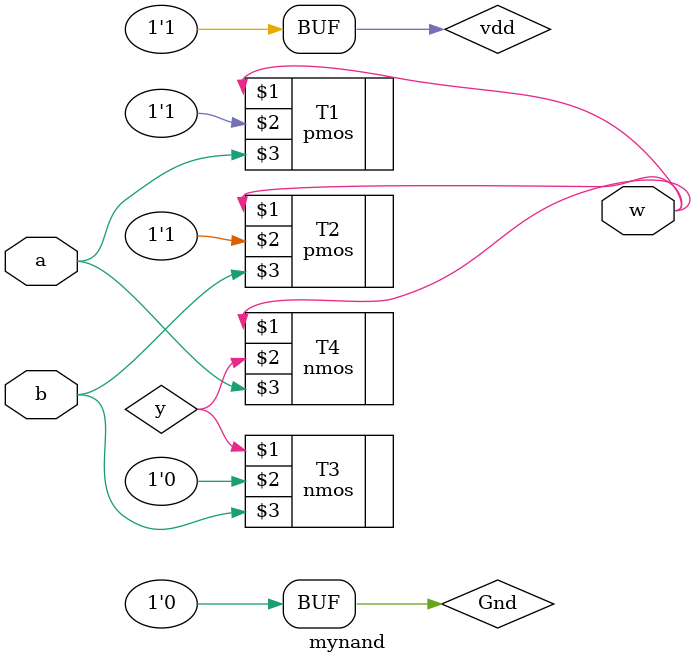
<source format=sv>
`timescale 1ns/1ns
module mynand (input a,b,output w);
	wire y;
	supply1 vdd;
	supply0 Gnd;
	pmos#(5,6,7) T1(w,vdd,a);
	pmos#(5,6,7) T2(w,vdd,b);
	nmos#(3,4,5) T3(y,Gnd,b);
	nmos#(3,4,5) T4(w,y,a);
endmodule

</source>
